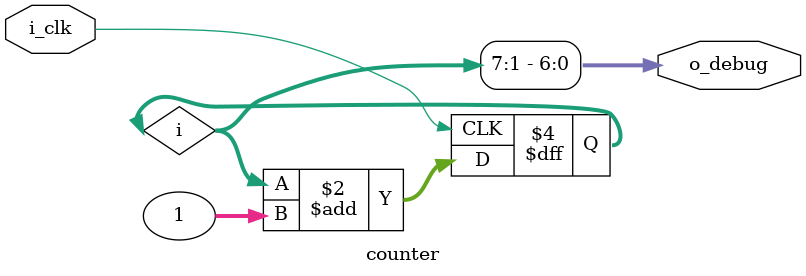
<source format=v>
module counter (
    input i_clk, 
    output [6:0] o_debug
);

    reg [32:0] i = 0;
    assign o_debug = i[7:1];

    always @(posedge i_clk)
        i <= i + 1;

endmodule


</source>
